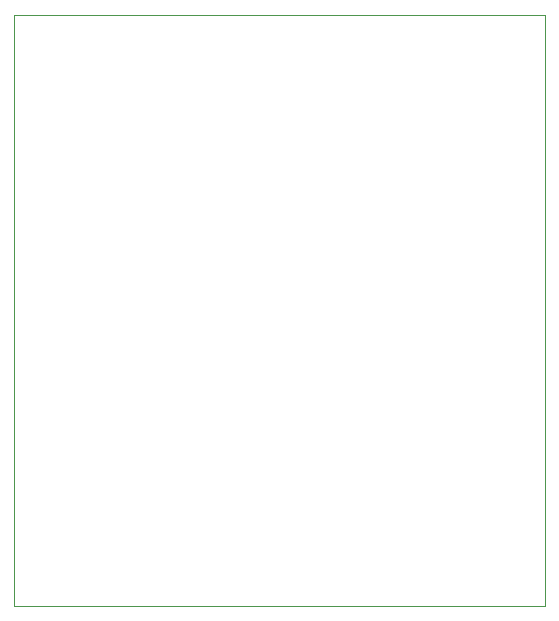
<source format=gm1>
%TF.GenerationSoftware,KiCad,Pcbnew,8.0.1*%
%TF.CreationDate,2024-04-11T07:46:26+08:00*%
%TF.ProjectId,input-nodes,696e7075-742d-46e6-9f64-65732e6b6963,rev?*%
%TF.SameCoordinates,Original*%
%TF.FileFunction,Profile,NP*%
%FSLAX46Y46*%
G04 Gerber Fmt 4.6, Leading zero omitted, Abs format (unit mm)*
G04 Created by KiCad (PCBNEW 8.0.1) date 2024-04-11 07:46:26*
%MOMM*%
%LPD*%
G01*
G04 APERTURE LIST*
%TA.AperFunction,Profile*%
%ADD10C,0.100000*%
%TD*%
G04 APERTURE END LIST*
D10*
X90800000Y-72800000D02*
X135800000Y-72800000D01*
X135800000Y-122800000D01*
X90800000Y-122800000D01*
X90800000Y-72800000D01*
M02*

</source>
